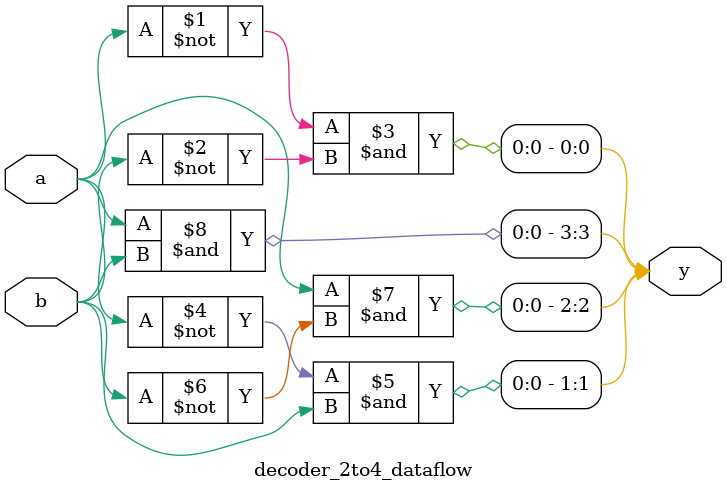
<source format=v>
/********************************************************************************************
Description: 2 to 4 decoder using using dataflow modelling
*********************************************************************************************/

module decoder_2to4_dataflow(
	input 			a,
    input			b,
	output	[3:0]	y
);

	assign	y[0] = ~a & ~b;
	assign	y[1] = ~a &  b;
	assign	y[2] =  a & ~b;
	assign	y[3] =  a &  b;

endmodule

</source>
